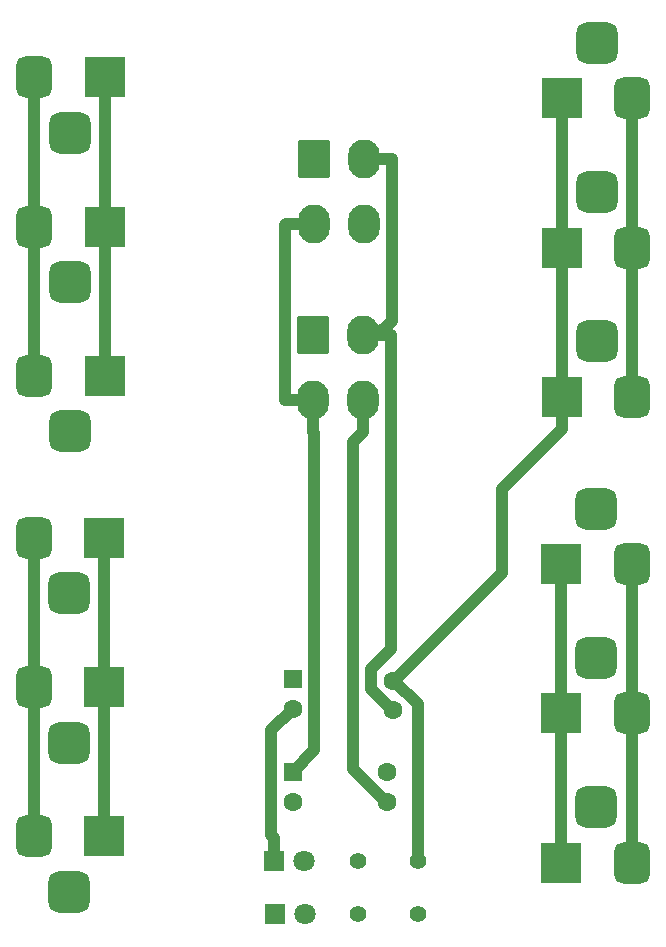
<source format=gbr>
%TF.GenerationSoftware,KiCad,Pcbnew,9.0.5*%
%TF.CreationDate,2026-01-23T06:55:33+10:00*%
%TF.ProjectId,OZ-HORNET-POWER-DIST,4f5a2d48-4f52-44e4-9554-2d504f574552,rev?*%
%TF.SameCoordinates,Original*%
%TF.FileFunction,Copper,L1,Top*%
%TF.FilePolarity,Positive*%
%FSLAX46Y46*%
G04 Gerber Fmt 4.6, Leading zero omitted, Abs format (unit mm)*
G04 Created by KiCad (PCBNEW 9.0.5) date 2026-01-23 06:55:33*
%MOMM*%
%LPD*%
G01*
G04 APERTURE LIST*
G04 Aperture macros list*
%AMRoundRect*
0 Rectangle with rounded corners*
0 $1 Rounding radius*
0 $2 $3 $4 $5 $6 $7 $8 $9 X,Y pos of 4 corners*
0 Add a 4 corners polygon primitive as box body*
4,1,4,$2,$3,$4,$5,$6,$7,$8,$9,$2,$3,0*
0 Add four circle primitives for the rounded corners*
1,1,$1+$1,$2,$3*
1,1,$1+$1,$4,$5*
1,1,$1+$1,$6,$7*
1,1,$1+$1,$8,$9*
0 Add four rect primitives between the rounded corners*
20,1,$1+$1,$2,$3,$4,$5,0*
20,1,$1+$1,$4,$5,$6,$7,0*
20,1,$1+$1,$6,$7,$8,$9,0*
20,1,$1+$1,$8,$9,$2,$3,0*%
G04 Aperture macros list end*
%TA.AperFunction,ComponentPad*%
%ADD10C,1.600000*%
%TD*%
%TA.AperFunction,ComponentPad*%
%ADD11RoundRect,0.250000X-0.550000X0.550000X-0.550000X-0.550000X0.550000X-0.550000X0.550000X0.550000X0*%
%TD*%
%TA.AperFunction,ComponentPad*%
%ADD12C,1.400000*%
%TD*%
%TA.AperFunction,ComponentPad*%
%ADD13R,1.800000X1.800000*%
%TD*%
%TA.AperFunction,ComponentPad*%
%ADD14C,1.800000*%
%TD*%
%TA.AperFunction,ComponentPad*%
%ADD15RoundRect,0.250001X-1.099999X-1.399999X1.099999X-1.399999X1.099999X1.399999X-1.099999X1.399999X0*%
%TD*%
%TA.AperFunction,ComponentPad*%
%ADD16O,2.700000X3.300000*%
%TD*%
%TA.AperFunction,ComponentPad*%
%ADD17R,3.500000X3.500000*%
%TD*%
%TA.AperFunction,ComponentPad*%
%ADD18RoundRect,0.750000X-0.750000X-1.000000X0.750000X-1.000000X0.750000X1.000000X-0.750000X1.000000X0*%
%TD*%
%TA.AperFunction,ComponentPad*%
%ADD19RoundRect,0.875000X-0.875000X-0.875000X0.875000X-0.875000X0.875000X0.875000X-0.875000X0.875000X0*%
%TD*%
%TA.AperFunction,ComponentPad*%
%ADD20RoundRect,0.750000X0.750000X1.000000X-0.750000X1.000000X-0.750000X-1.000000X0.750000X-1.000000X0*%
%TD*%
%TA.AperFunction,ComponentPad*%
%ADD21RoundRect,0.875000X0.875000X0.875000X-0.875000X0.875000X-0.875000X-0.875000X0.875000X-0.875000X0*%
%TD*%
%TA.AperFunction,Conductor*%
%ADD22C,1.000000*%
%TD*%
G04 APERTURE END LIST*
D10*
%TO.P,C4,1*%
%TO.N,/12VDC*%
X95000000Y-102000000D03*
%TO.P,C4,2*%
%TO.N,/12VGND*%
X95000000Y-104500000D03*
%TD*%
D11*
%TO.P,C3,1*%
%TO.N,/12VDC*%
X87000000Y-102000000D03*
D10*
%TO.P,C3,2*%
%TO.N,/12VGND*%
X87000000Y-104500000D03*
%TD*%
%TO.P,C2,1*%
%TO.N,/5VDC*%
X95500000Y-94250000D03*
%TO.P,C2,2*%
%TO.N,/5VGND*%
X95500000Y-96750000D03*
%TD*%
D11*
%TO.P,C1,1*%
%TO.N,/5VDC*%
X87000000Y-94150000D03*
D10*
%TO.P,C1,2*%
%TO.N,/5VGND*%
X87000000Y-96650000D03*
%TD*%
D12*
%TO.P,R2,1*%
%TO.N,Net-(D2-A)*%
X92500000Y-114000000D03*
%TO.P,R2,2*%
%TO.N,/12VDC*%
X97580000Y-114000000D03*
%TD*%
%TO.P,R1,1*%
%TO.N,Net-(D1-A)*%
X92500000Y-109500000D03*
%TO.P,R1,2*%
%TO.N,/5VDC*%
X97580000Y-109500000D03*
%TD*%
D13*
%TO.P,D2,1,K*%
%TO.N,/12VGND*%
X85500000Y-114000000D03*
D14*
%TO.P,D2,2,A*%
%TO.N,Net-(D2-A)*%
X88040000Y-114000000D03*
%TD*%
D13*
%TO.P,D1,1,K*%
%TO.N,/5VGND*%
X85460000Y-109500000D03*
D14*
%TO.P,D1,2,A*%
%TO.N,Net-(D1-A)*%
X88000000Y-109500000D03*
%TD*%
D15*
%TO.P,J10,1,Pin_1*%
%TO.N,/5VDC*%
X88832000Y-50090000D03*
D16*
%TO.P,J10,2,Pin_3*%
%TO.N,/5VGND*%
X93032000Y-50090000D03*
%TO.P,J10,3,Pin_2*%
%TO.N,/12VDC*%
X88832000Y-55590000D03*
%TO.P,J10,4,Pin_4*%
%TO.N,/12VGND*%
X93032000Y-55590000D03*
%TD*%
D17*
%TO.P,J11,1,Pin_1*%
%TO.N,/5VDC*%
X71120000Y-55815000D03*
D18*
%TO.P,J11,2,Pin_2*%
%TO.N,/5VGND*%
X65120000Y-55815000D03*
D19*
%TO.P,J11,3*%
%TO.N,N/C*%
X68120000Y-60515000D03*
%TD*%
D17*
%TO.P,J3,1,Pin_1*%
%TO.N,/5VDC*%
X109776000Y-57597000D03*
D20*
%TO.P,J3,2,Pin_2*%
%TO.N,/5VGND*%
X115776000Y-57597000D03*
D21*
%TO.P,J3,3*%
%TO.N,N/C*%
X112776000Y-52897000D03*
%TD*%
D17*
%TO.P,J4,1,Pin_1*%
%TO.N,/5VDC*%
X109776000Y-44962000D03*
D20*
%TO.P,J4,2,Pin_2*%
%TO.N,/5VGND*%
X115776000Y-44962000D03*
D21*
%TO.P,J4,3*%
%TO.N,N/C*%
X112776000Y-40262000D03*
%TD*%
D17*
%TO.P,J2,1,Pin_1*%
%TO.N,/5VDC*%
X109776000Y-70232000D03*
D20*
%TO.P,J2,2,Pin_2*%
%TO.N,/5VGND*%
X115776000Y-70232000D03*
D21*
%TO.P,J2,3*%
%TO.N,N/C*%
X112776000Y-65532000D03*
%TD*%
D17*
%TO.P,J8,1,Pin_1*%
%TO.N,/12VDC*%
X71072000Y-107438000D03*
D18*
%TO.P,J8,2,Pin_2*%
%TO.N,/12VGND*%
X65072000Y-107438000D03*
D19*
%TO.P,J8,3*%
%TO.N,N/C*%
X68072000Y-112138000D03*
%TD*%
D17*
%TO.P,J13,1,Pin_1*%
%TO.N,/12VDC*%
X109728000Y-84393000D03*
D20*
%TO.P,J13,2,Pin_2*%
%TO.N,/12VGND*%
X115728000Y-84393000D03*
D21*
%TO.P,J13,3*%
%TO.N,N/C*%
X112728000Y-79693000D03*
%TD*%
D17*
%TO.P,J6,1,Pin_1*%
%TO.N,/12VDC*%
X71072000Y-82168000D03*
D18*
%TO.P,J6,2,Pin_2*%
%TO.N,/12VGND*%
X65072000Y-82168000D03*
D19*
%TO.P,J6,3*%
%TO.N,N/C*%
X68072000Y-86868000D03*
%TD*%
D17*
%TO.P,J9,1,Pin_1*%
%TO.N,/12VDC*%
X109728000Y-109663000D03*
D20*
%TO.P,J9,2,Pin_2*%
%TO.N,/12VGND*%
X115728000Y-109663000D03*
D21*
%TO.P,J9,3*%
%TO.N,N/C*%
X112728000Y-104963000D03*
%TD*%
D17*
%TO.P,J7,1,Pin_1*%
%TO.N,/12VDC*%
X71072000Y-94803000D03*
D18*
%TO.P,J7,2,Pin_2*%
%TO.N,/12VGND*%
X65072000Y-94803000D03*
D19*
%TO.P,J7,3*%
%TO.N,N/C*%
X68072000Y-99503000D03*
%TD*%
D17*
%TO.P,J12,1,Pin_1*%
%TO.N,/12VDC*%
X109728000Y-97028000D03*
D20*
%TO.P,J12,2,Pin_2*%
%TO.N,/12VGND*%
X115728000Y-97028000D03*
D21*
%TO.P,J12,3*%
%TO.N,N/C*%
X112728000Y-92328000D03*
%TD*%
D17*
%TO.P,J5,1,Pin_1*%
%TO.N,/5VDC*%
X71120000Y-43180000D03*
D18*
%TO.P,J5,2,Pin_2*%
%TO.N,/5VGND*%
X65120000Y-43180000D03*
D19*
%TO.P,J5,3*%
%TO.N,N/C*%
X68120000Y-47880000D03*
%TD*%
D17*
%TO.P,J14,1,Pin_1*%
%TO.N,/5VDC*%
X71120000Y-68450000D03*
D18*
%TO.P,J14,2,Pin_2*%
%TO.N,/5VGND*%
X65120000Y-68450000D03*
D19*
%TO.P,J14,3*%
%TO.N,N/C*%
X68120000Y-73150000D03*
%TD*%
D15*
%TO.P,J1,1,Pin_1*%
%TO.N,/5VDC*%
X88764000Y-65024000D03*
D16*
%TO.P,J1,2,Pin_3*%
%TO.N,/5VGND*%
X92964000Y-65024000D03*
%TO.P,J1,3,Pin_2*%
%TO.N,/12VDC*%
X88764000Y-70524000D03*
%TO.P,J1,4,Pin_4*%
%TO.N,/12VGND*%
X92964000Y-70524000D03*
%TD*%
D22*
%TO.N,/5VGND*%
X85191100Y-107329400D02*
X85460000Y-107598300D01*
X85191100Y-98458900D02*
X85191100Y-107329400D01*
X87000000Y-96650000D02*
X85191100Y-98458900D01*
X85460000Y-109500000D02*
X85460000Y-107598300D01*
X115776000Y-70232000D02*
X115776000Y-57597000D01*
X115776000Y-57597000D02*
X115776000Y-44962000D01*
X65120000Y-68450000D02*
X65120000Y-55815000D01*
X65120000Y-55815000D02*
X65120000Y-43180000D01*
X95315700Y-91598300D02*
X95315700Y-65024000D01*
X93672900Y-93241100D02*
X95315700Y-91598300D01*
X93672900Y-94997300D02*
X93672900Y-93241100D01*
X95425600Y-96750000D02*
X93672900Y-94997300D01*
X95500000Y-96750000D02*
X95425600Y-96750000D01*
X92964000Y-65024000D02*
X94139900Y-65024000D01*
X94139900Y-65024000D02*
X95315700Y-65024000D01*
X95383700Y-63780200D02*
X95383700Y-50090000D01*
X94139900Y-65024000D02*
X95383700Y-63780200D01*
X93032000Y-50090000D02*
X95383700Y-50090000D01*
%TO.N,/12VGND*%
X65072000Y-82168000D02*
X65072000Y-94803000D01*
X94916500Y-104500000D02*
X95000000Y-104500000D01*
X92122100Y-101705600D02*
X94916500Y-104500000D01*
X92122100Y-74017600D02*
X92122100Y-101705600D01*
X92964000Y-73175700D02*
X92122100Y-74017600D01*
X92964000Y-70524000D02*
X92964000Y-73175700D01*
X65072000Y-107438000D02*
X65072000Y-94803000D01*
X115728000Y-84393000D02*
X115728000Y-97028000D01*
X115728000Y-97028000D02*
X115728000Y-109663000D01*
%TO.N,/12VDC*%
X71072000Y-107438000D02*
X71072000Y-94803000D01*
X109728000Y-109663000D02*
X109728000Y-97028000D01*
X86397200Y-55673100D02*
X86480300Y-55590000D01*
X86397200Y-70508900D02*
X86397200Y-55673100D01*
X86412300Y-70524000D02*
X86397200Y-70508900D01*
X88832000Y-55590000D02*
X86480300Y-55590000D01*
X109728000Y-84393000D02*
X109728000Y-97028000D01*
X71072000Y-82168000D02*
X71072000Y-94803000D01*
X88407500Y-70524000D02*
X86412300Y-70524000D01*
X88407500Y-70524000D02*
X88764000Y-70524000D01*
X88856300Y-100143700D02*
X87000000Y-102000000D01*
X88856300Y-73268000D02*
X88856300Y-100143700D01*
X88764000Y-73175700D02*
X88856300Y-73268000D01*
X88764000Y-70524000D02*
X88764000Y-73175700D01*
%TO.N,/5VDC*%
X109776000Y-44962000D02*
X109776000Y-57597000D01*
X71120000Y-68450000D02*
X71120000Y-55815000D01*
X71120000Y-43180000D02*
X71120000Y-55815000D01*
X109776000Y-70232000D02*
X109776000Y-57597000D01*
X97580000Y-96210900D02*
X97580000Y-109500000D01*
X95619100Y-94250000D02*
X97580000Y-96210900D01*
X109776000Y-70232000D02*
X109776000Y-72983700D01*
X104750200Y-78009500D02*
X109776000Y-72983700D01*
X104750200Y-85118900D02*
X104750200Y-78009500D01*
X95619100Y-94250000D02*
X104750200Y-85118900D01*
X95500000Y-94250000D02*
X95619100Y-94250000D01*
%TD*%
M02*

</source>
